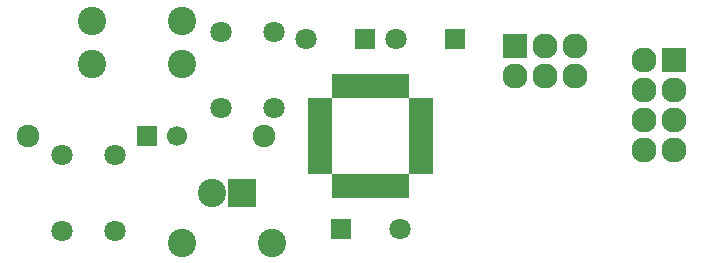
<source format=gbr>
G04 #@! TF.FileFunction,Soldermask,Top*
%FSLAX46Y46*%
G04 Gerber Fmt 4.6, Leading zero omitted, Abs format (unit mm)*
G04 Created by KiCad (PCBNEW 4.0.2-4+6225~38~ubuntu14.04.1-stable) date Sat 05 Mar 2016 20:24:40 CET*
%MOMM*%
G01*
G04 APERTURE LIST*
%ADD10C,0.100000*%
%ADD11C,1.924000*%
%ADD12R,0.950000X2.000000*%
%ADD13R,2.000000X0.950000*%
%ADD14R,2.127200X2.127200*%
%ADD15O,2.127200X2.127200*%
%ADD16C,1.797000*%
%ADD17R,1.700000X1.700000*%
%ADD18C,1.700000*%
%ADD19R,2.400000X2.400000*%
%ADD20C,2.400000*%
%ADD21C,2.398980*%
%ADD22R,1.800000X1.800000*%
%ADD23C,1.800000*%
G04 APERTURE END LIST*
D10*
D11*
X149501000Y-107188000D03*
X129501000Y-107188000D03*
D12*
X155696000Y-111438000D03*
X156496000Y-111438000D03*
X157296000Y-111438000D03*
X158096000Y-111438000D03*
X158896000Y-111438000D03*
X159696000Y-111438000D03*
X160496000Y-111438000D03*
X161296000Y-111438000D03*
D13*
X162746000Y-109988000D03*
X162746000Y-109188000D03*
X162746000Y-108388000D03*
X162746000Y-107588000D03*
X162746000Y-106788000D03*
X162746000Y-105988000D03*
X162746000Y-105188000D03*
X162746000Y-104388000D03*
D12*
X161296000Y-102938000D03*
X160496000Y-102938000D03*
X159696000Y-102938000D03*
X158896000Y-102938000D03*
X158096000Y-102938000D03*
X157296000Y-102938000D03*
X156496000Y-102938000D03*
X155696000Y-102938000D03*
D13*
X154246000Y-104388000D03*
X154246000Y-105188000D03*
X154246000Y-105988000D03*
X154246000Y-106788000D03*
X154246000Y-107588000D03*
X154246000Y-108388000D03*
X154246000Y-109188000D03*
X154246000Y-109988000D03*
D14*
X170688000Y-99568000D03*
D15*
X170688000Y-102108000D03*
X173228000Y-99568000D03*
X173228000Y-102108000D03*
X175768000Y-99568000D03*
X175768000Y-102108000D03*
D16*
X150322000Y-104810000D03*
X145842000Y-104810000D03*
X150322000Y-98390000D03*
X145842000Y-98390000D03*
X136860000Y-115224000D03*
X132380000Y-115224000D03*
X136860000Y-108804000D03*
X132380000Y-108804000D03*
D17*
X139573000Y-107188000D03*
D18*
X142073000Y-107188000D03*
D19*
X147574000Y-112014000D03*
D20*
X145034000Y-112014000D03*
D21*
X134874000Y-101092000D03*
X142494000Y-101092000D03*
X134874000Y-97409000D03*
X142494000Y-97409000D03*
X150114000Y-116205000D03*
X142494000Y-116205000D03*
D22*
X155956000Y-115062000D03*
D23*
X160956000Y-115062000D03*
D22*
X157988000Y-98933000D03*
D23*
X152988000Y-98933000D03*
D22*
X165608000Y-98933000D03*
D23*
X160608000Y-98933000D03*
D14*
X184150000Y-100711000D03*
D15*
X181610000Y-100711000D03*
X184150000Y-103251000D03*
X181610000Y-103251000D03*
X184150000Y-105791000D03*
X181610000Y-105791000D03*
X184150000Y-108331000D03*
X181610000Y-108331000D03*
M02*

</source>
